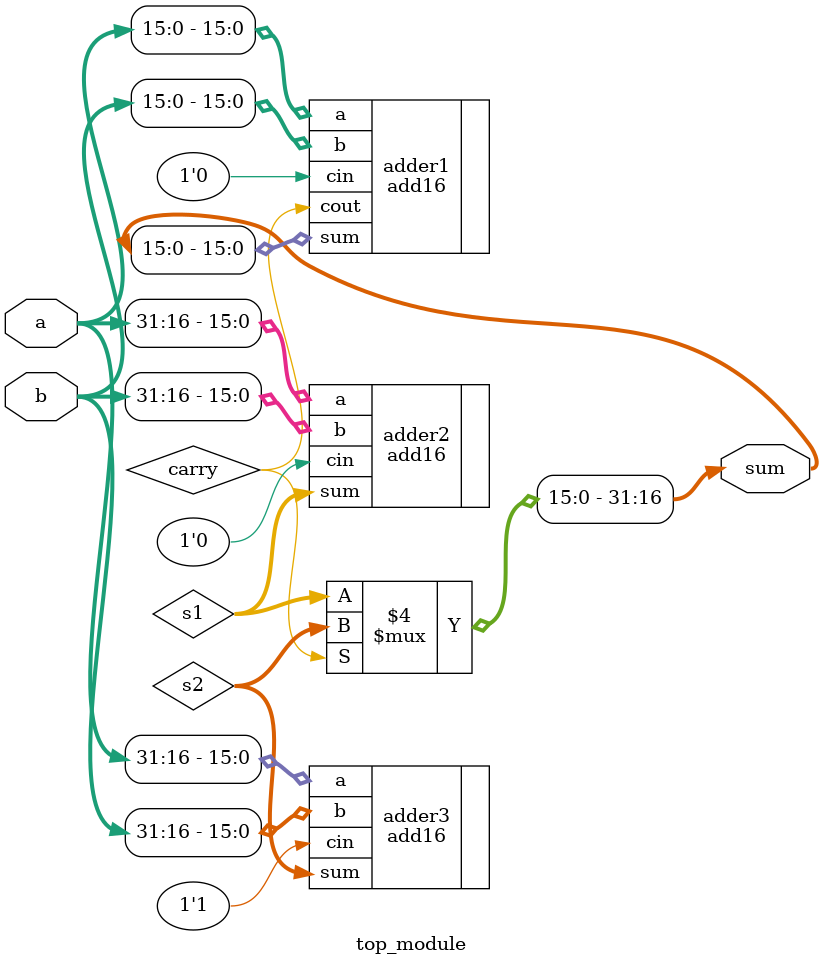
<source format=v>
module top_module (
    input [31:0] a,
    input [31:0] b,
    output [31:0] sum
);

    wire carry;
    wire [15:0] s1,s2;

    add16 adder1 (.a(a[15:0]), .b(b[15:0]), .cin(1'b0), .sum(sum[15:0]), .cout(carry));
    add16 adder2 (.a(a[31:16]), .b(b[31:16]), .cin(1'b0), .sum(s1));
    add16 adder3 (.a(a[31:16]), .b(b[31:16]), .cin(1'b1), .sum(s2));

    always @(*) begin
        if (carry == 1'b0) begin
            sum[31:16] = s1;
        end
        else begin
            sum[31:16] = s2;
        end
    end

endmodule

</source>
